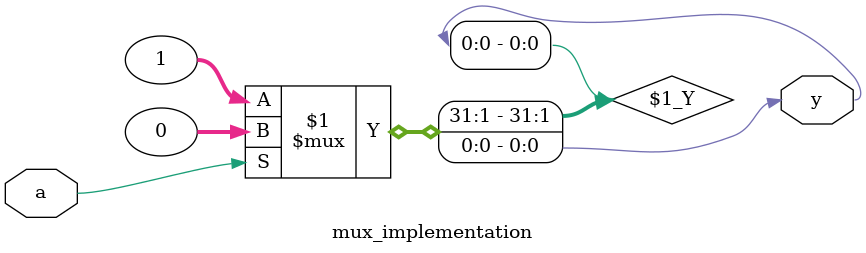
<source format=v>
`timescale 1ns / 1ps


module mux_implementation(a,y );

input a;

output y;
assign y=a?0:1;

endmodule

</source>
